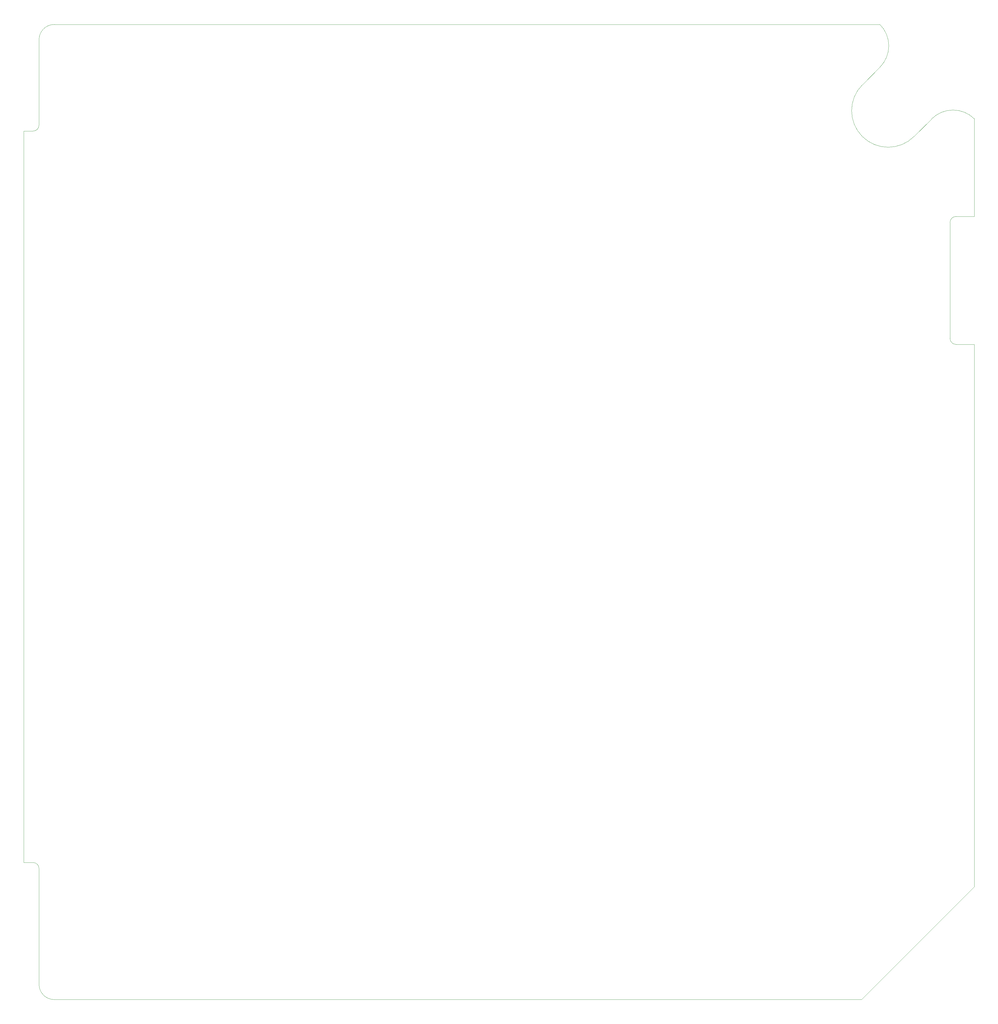
<source format=gbr>
G04*
G04 #@! TF.GenerationSoftware,Altium Limited,Altium Designer,22.4.2 (48)*
G04*
G04 Layer_Color=0*
%FSLAX44Y44*%
%MOMM*%
G71*
G04*
G04 #@! TF.SameCoordinates,486C5EB1-174D-4488-8CC1-BEBE5ED833F6*
G04*
G04*
G04 #@! TF.FilePolarity,Positive*
G04*
G01*
G75*
%ADD104C,0.0254*%
D104*
X50000Y50000D02*
X50000Y430000D01*
D02*
G03*
X30000Y450000I-20000J0D01*
G01*
X-0D01*
Y2850000D01*
X30000D01*
D02*
G03*
X50000Y2870000I0J20000D01*
G01*
Y3150000D01*
D02*
G02*
X100000Y3200000I50000J0D01*
G01*
X2810000D01*
D02*
G02*
X2810147Y3059853I-70000J-70147D01*
G01*
X2752304Y3002010D01*
D02*
G03*
X2922010Y2832304I84853J-84853D01*
G01*
X2979851Y2890146D01*
D02*
G02*
X3119998Y2890293I70147J-70000D01*
G01*
X3120000Y2890000D01*
X3120000Y2570000D01*
X3060000D01*
D02*
G03*
X3040000Y2550000I0J-20000D01*
G01*
Y2170000D01*
D02*
G03*
X3060000Y2150000I20000J0D01*
G01*
X3120000D01*
Y370000D01*
X2750000Y0D01*
X100000D01*
D02*
G02*
X50000Y50000I0J50000D01*
G01*
M02*

</source>
